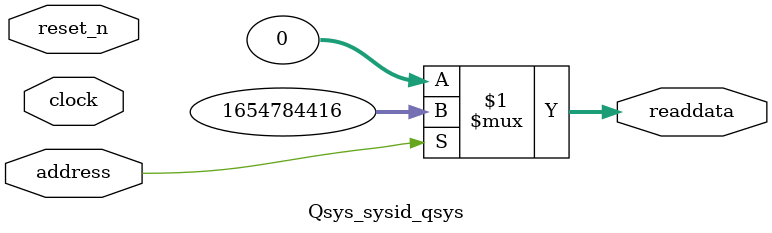
<source format=v>



// synthesis translate_off
`timescale 1ns / 1ps
// synthesis translate_on

// turn off superfluous verilog processor warnings 
// altera message_level Level1 
// altera message_off 10034 10035 10036 10037 10230 10240 10030 

module Qsys_sysid_qsys (
               // inputs:
                address,
                clock,
                reset_n,

               // outputs:
                readdata
             )
;

  output  [ 31: 0] readdata;
  input            address;
  input            clock;
  input            reset_n;

  wire    [ 31: 0] readdata;
  //control_slave, which is an e_avalon_slave
  assign readdata = address ? 1654784416 : 0;

endmodule



</source>
